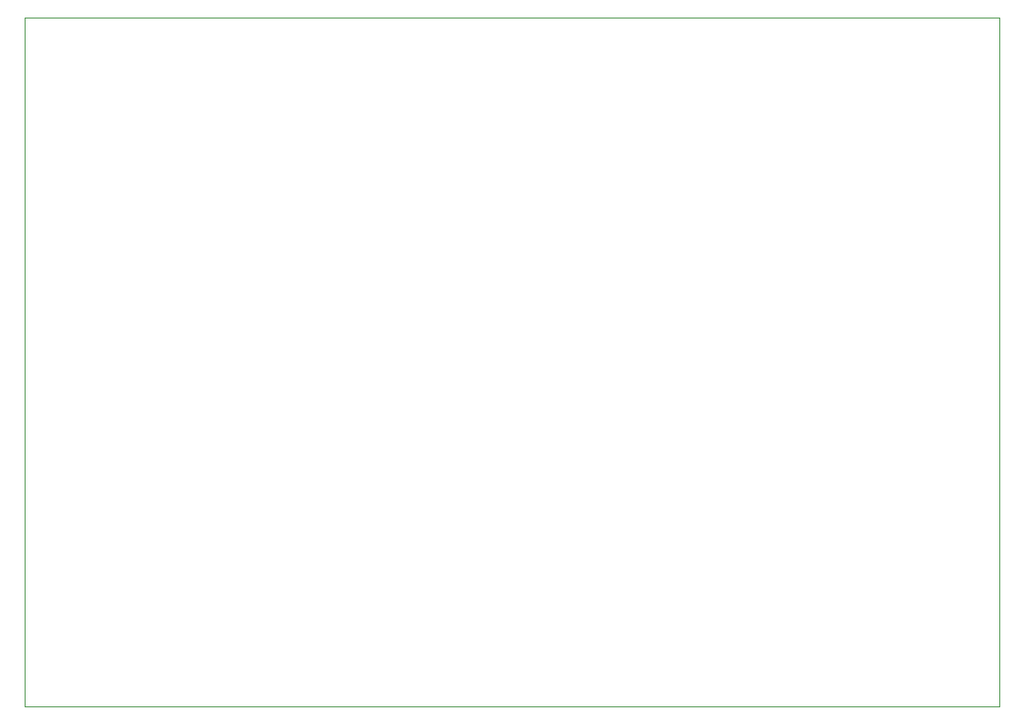
<source format=gm1>
%TF.GenerationSoftware,KiCad,Pcbnew,7.0.7*%
%TF.CreationDate,2023-09-03T15:00:53+02:00*%
%TF.ProjectId,DevelopmentBoard,44657665-6c6f-4706-9d65-6e74426f6172,v1.0*%
%TF.SameCoordinates,Original*%
%TF.FileFunction,Profile,NP*%
%FSLAX46Y46*%
G04 Gerber Fmt 4.6, Leading zero omitted, Abs format (unit mm)*
G04 Created by KiCad (PCBNEW 7.0.7) date 2023-09-03 15:00:53*
%MOMM*%
%LPD*%
G01*
G04 APERTURE LIST*
%TA.AperFunction,Profile*%
%ADD10C,0.100000*%
%TD*%
G04 APERTURE END LIST*
D10*
X85090000Y-53340000D02*
X178816000Y-53340000D01*
X178816000Y-119634000D01*
X85090000Y-119634000D01*
X85090000Y-53340000D01*
M02*

</source>
